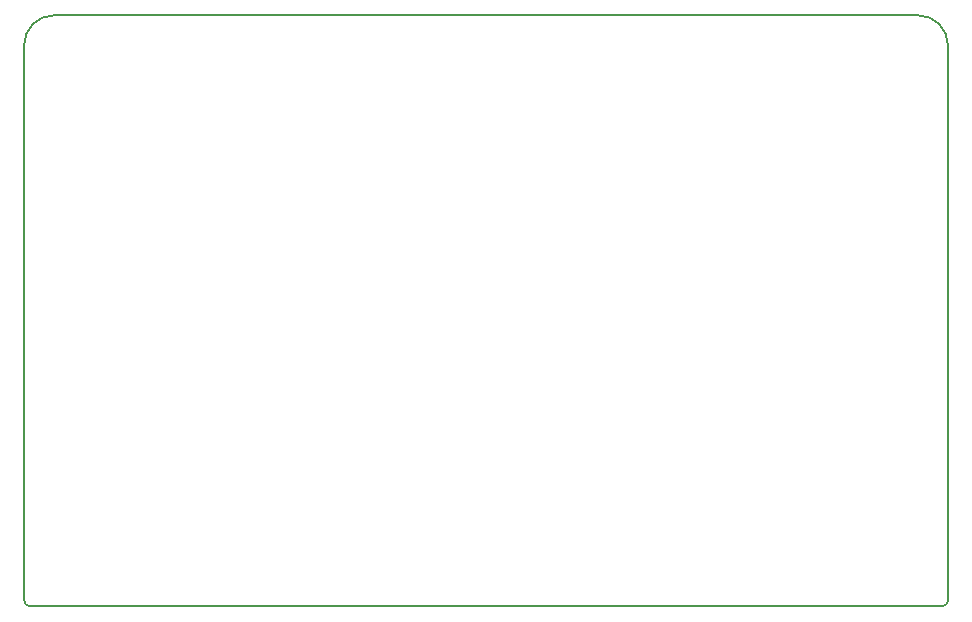
<source format=gm1>
G04 #@! TF.GenerationSoftware,KiCad,Pcbnew,7.0.1-0*
G04 #@! TF.CreationDate,2023-09-21T07:21:14-04:00*
G04 #@! TF.ProjectId,RAM2E,52414d32-452e-46b6-9963-61645f706362,2.0*
G04 #@! TF.SameCoordinates,Original*
G04 #@! TF.FileFunction,Profile,NP*
%FSLAX46Y46*%
G04 Gerber Fmt 4.6, Leading zero omitted, Abs format (unit mm)*
G04 Created by KiCad (PCBNEW 7.0.1-0) date 2023-09-21 07:21:14*
%MOMM*%
%LPD*%
G01*
G04 APERTURE LIST*
G04 #@! TA.AperFunction,Profile*
%ADD10C,0.150000*%
G04 #@! TD*
G04 APERTURE END LIST*
D10*
X276098000Y-139700000D02*
X198882000Y-139700000D01*
X276098000Y-139700000D02*
G75*
G03*
X276606000Y-139192000I0J508000D01*
G01*
X198374000Y-139192000D02*
G75*
G03*
X198882000Y-139700000I508000J0D01*
G01*
X198374000Y-92202000D02*
X198374000Y-139192000D01*
X276606000Y-92202000D02*
G75*
G03*
X274066000Y-89662000I-2540000J0D01*
G01*
X200914000Y-89662000D02*
X274066000Y-89662000D01*
X200914000Y-89662000D02*
G75*
G03*
X198374000Y-92202000I0J-2540000D01*
G01*
X276606000Y-92202000D02*
X276606000Y-139192000D01*
M02*

</source>
